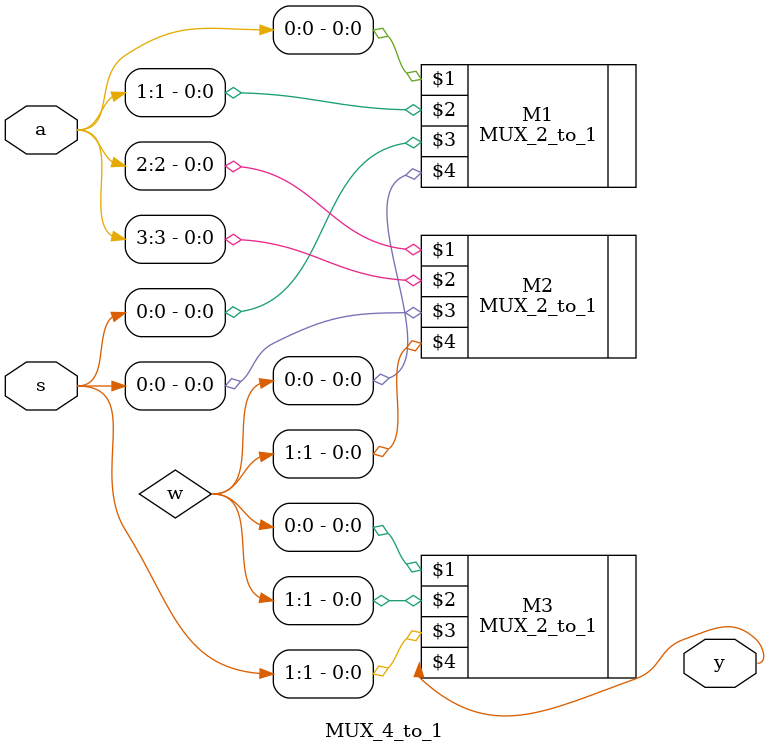
<source format=v>
module MUX_4_to_1(a,s,y);
input [3:0]a;
input [1:0]s;
output y;
wire [1:0]w;
MUX_2_to_1 M1(a[0], a[1], s[0], w[0]);
MUX_2_to_1 M2(a[2], a[3], s[0], w[1]);
MUX_2_to_1 M3(w[0], w[1], s[1], y);
endmodule

</source>
